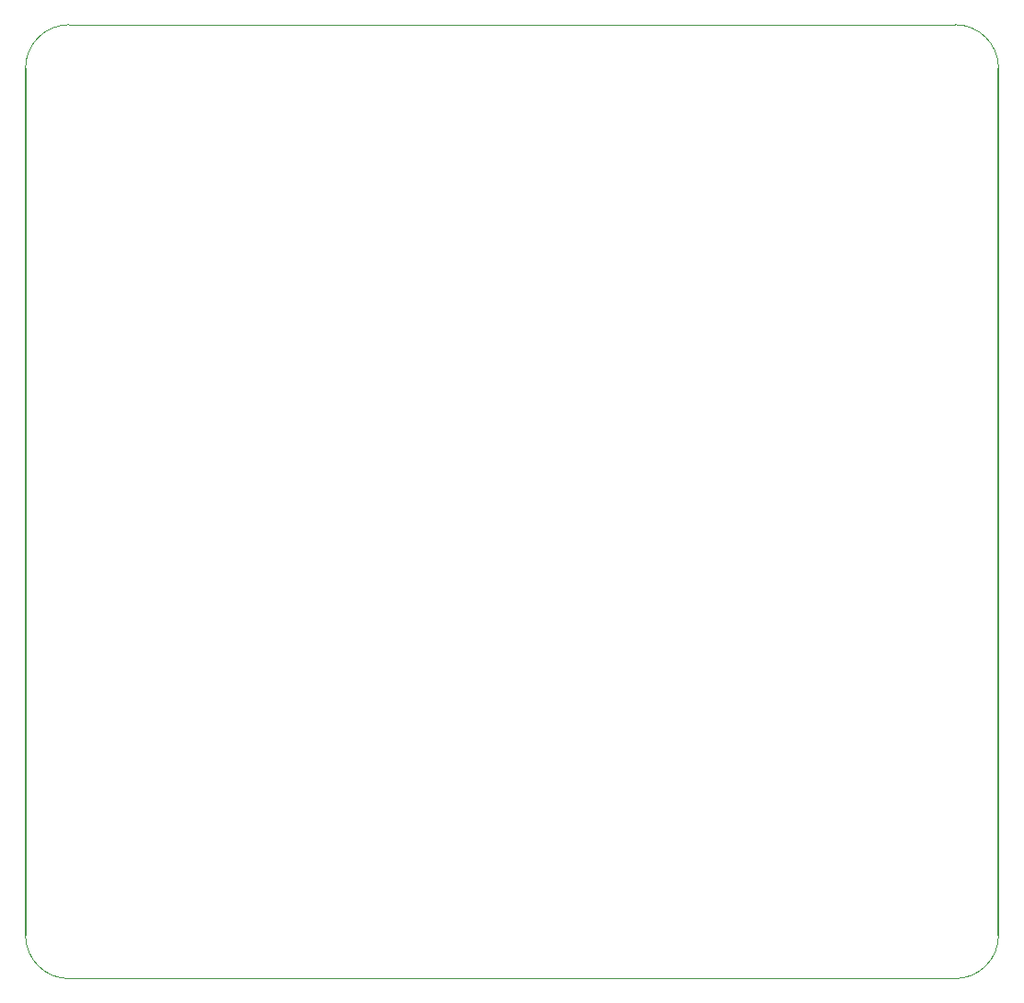
<source format=gm1>
G04 #@! TF.GenerationSoftware,KiCad,Pcbnew,(6.0.4)*
G04 #@! TF.CreationDate,2023-03-25T19:21:49+01:00*
G04 #@! TF.ProjectId,Audiovisualizer PCB,41756469-6f76-4697-9375-616c697a6572,rev?*
G04 #@! TF.SameCoordinates,Original*
G04 #@! TF.FileFunction,Profile,NP*
%FSLAX46Y46*%
G04 Gerber Fmt 4.6, Leading zero omitted, Abs format (unit mm)*
G04 Created by KiCad (PCBNEW (6.0.4)) date 2023-03-25 19:21:49*
%MOMM*%
%LPD*%
G01*
G04 APERTURE LIST*
G04 #@! TA.AperFunction,Profile*
%ADD10C,0.100000*%
G04 #@! TD*
G04 #@! TA.AperFunction,Profile*
%ADD11C,0.200000*%
G04 #@! TD*
G04 APERTURE END LIST*
D10*
X56528427Y-62628427D02*
G75*
G03*
X52500000Y-66628427I0J-4028528D01*
G01*
X141971573Y-66628427D02*
G75*
G03*
X137971573Y-62628427I-4000000J0D01*
G01*
X137971573Y-150400000D02*
G75*
G03*
X141971573Y-146400000I0J4000000D01*
G01*
X52500000Y-146400000D02*
G75*
G03*
X56500000Y-150400000I4000000J0D01*
G01*
X137971573Y-62628427D02*
X56528427Y-62628427D01*
X56500000Y-150400000D02*
X137971573Y-150400000D01*
D11*
X141971573Y-66628427D02*
X141971573Y-146400000D01*
X52500000Y-66628427D02*
X52500000Y-146400000D01*
M02*

</source>
